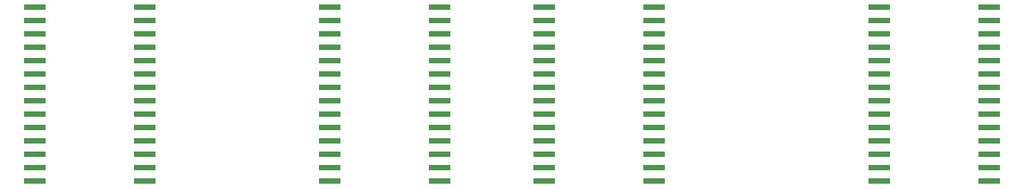
<source format=gtp>
G75*
G70*
%OFA0B0*%
%FSLAX24Y24*%
%IPPOS*%
%LPD*%
%AMOC8*
5,1,8,0,0,1.08239X$1,22.5*
%
%ADD10R,0.0807X0.0236*%
D10*
X001932Y004350D03*
X001932Y004850D03*
X001932Y005350D03*
X001932Y005850D03*
X001932Y006350D03*
X001932Y006850D03*
X001932Y007350D03*
X001932Y007850D03*
X001932Y008350D03*
X001932Y008850D03*
X001932Y009350D03*
X001932Y009850D03*
X001932Y010350D03*
X001932Y010850D03*
X006008Y010850D03*
X006008Y010350D03*
X006008Y009850D03*
X006008Y009350D03*
X006008Y008850D03*
X006008Y008350D03*
X006008Y007850D03*
X006008Y007350D03*
X006008Y006850D03*
X006008Y006350D03*
X006008Y005850D03*
X006008Y005350D03*
X006008Y004850D03*
X006008Y004350D03*
X012932Y004350D03*
X012932Y004850D03*
X012932Y005350D03*
X012932Y005850D03*
X012932Y006350D03*
X012932Y006850D03*
X012932Y007350D03*
X012932Y007850D03*
X012932Y008350D03*
X012932Y008850D03*
X012932Y009350D03*
X012932Y009850D03*
X012932Y010350D03*
X012932Y010850D03*
X017008Y010850D03*
X017008Y010350D03*
X017008Y009850D03*
X017008Y009350D03*
X017008Y008850D03*
X017008Y008350D03*
X017008Y007850D03*
X017008Y007350D03*
X017008Y006850D03*
X017008Y006350D03*
X017008Y005850D03*
X017008Y005350D03*
X017008Y004850D03*
X017008Y004350D03*
X020932Y004350D03*
X020932Y004850D03*
X020932Y005350D03*
X020932Y005850D03*
X020932Y006350D03*
X020932Y006850D03*
X020932Y007350D03*
X020932Y007850D03*
X020932Y008350D03*
X020932Y008850D03*
X020932Y009350D03*
X020932Y009850D03*
X020932Y010350D03*
X020932Y010850D03*
X025008Y010850D03*
X025008Y010350D03*
X025008Y009850D03*
X025008Y009350D03*
X025008Y008850D03*
X025008Y008350D03*
X025008Y007850D03*
X025008Y007350D03*
X025008Y006850D03*
X025008Y006350D03*
X025008Y005850D03*
X025008Y005350D03*
X025008Y004850D03*
X025008Y004350D03*
X033432Y004350D03*
X033432Y004850D03*
X033432Y005350D03*
X033432Y005850D03*
X033432Y006350D03*
X033432Y006850D03*
X033432Y007350D03*
X033432Y007850D03*
X033432Y008350D03*
X033432Y008850D03*
X033432Y009350D03*
X033432Y009850D03*
X033432Y010350D03*
X033432Y010850D03*
X037508Y010850D03*
X037508Y010350D03*
X037508Y009850D03*
X037508Y009350D03*
X037508Y008850D03*
X037508Y008350D03*
X037508Y007850D03*
X037508Y007350D03*
X037508Y006850D03*
X037508Y006350D03*
X037508Y005850D03*
X037508Y005350D03*
X037508Y004850D03*
X037508Y004350D03*
M02*

</source>
